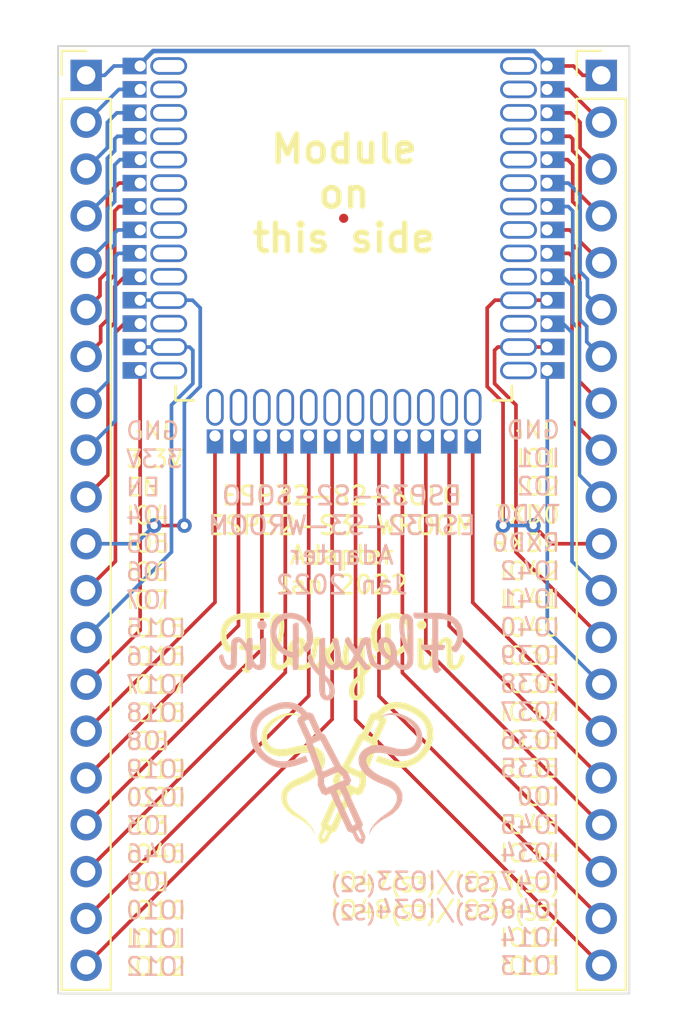
<source format=kicad_pcb>
(kicad_pcb (version 20221232) (generator pcbnew)
  (layers (0 "F.Cu" signal) (31 "B.Cu" signal) (34 "B.Paste" user) (35 "F.Paste" user) (36 "B.SilkS" user "B.Silkscreen") (37 "F.SilkS" user "F.Silkscreen") (38 "B.Mask" user) (39 "F.Mask" user) (44 "Edge.Cuts" user))
  (net 0 "")
  (net 1 "/GND")
  (net 2 "/EN")
  (net 3 "/IO34")
  (net 4 "/IO35")
  (net 5 "/IO33")
  (net 6 "/IO14")
  (net 7 "/IO12")
  (net 8 "/IO13")
  (net 9 "/IO15")
  (net 10 "/IO2")
  (net 11 "/IO21")
  (net 12 "/IO19")
  (net 13 "/IO18")
  (net 14 "/IO5")
  (net 15 "/IO16")
  (net 16 "/IO4")
  (net 17 "/IO0")
  (net 18 "/3.3V")
  (net 19 "/IO6")
  (net 20 "/IO7")
  (net 21 "/IO17")
  (net 22 "/IO8")
  (net 23 "/IO20")
  (net 24 "/IO3")
  (net 25 "/IO46")
  (net 26 "/IO9")
  (net 27 "/IO10")
  (net 28 "/IO11")
  (net 29 "/IO1")
  (net 30 "/TXD0")
  (net 31 "/RXD0")
  (net 32 "/IO42")
  (net 33 "/IO41")
  (net 34 "/IO40")
  (net 35 "/IO39")
  (net 36 "/IO38")
  (net 37 "/IO37")
  (net 38 "/IO36")
  (net 39 "/IO45")
  (footprint "Connector_PinHeader_2.54mm:PinHeader_1x20_P2.54mm_Vertical" (layer "F.Cu") (at 162.052 81.788)
    (fp_text reference "J22" hide)
    (fp_text value "Conn_01x20")
    (pad "1" thru_hole rect locked (at 0 0) (size 1.7 1.7) (drill 1) (layers *.Cu *.Mask) (net 1 "/GND"))
    (pad "2" thru_hole oval locked (at 0 2.54) (size 1.7 1.7) (drill 1) (layers *.Cu *.Mask) (net 29 "/IO1"))
    (pad "3" thru_hole oval locked (at 0 5.08) (size 1.7 1.7) (drill 1) (layers *.Cu *.Mask) (net 10 "/IO2"))
    (pad "4" thru_hole oval locked (at 0 7.62) (size 1.7 1.7) (drill 1) (layers *.Cu *.Mask) (net 30 "/TXD0"))
    (pad "5" thru_hole oval locked (at 0 10.16) (size 1.7 1.7) (drill 1) (layers *.Cu *.Mask) (net 31 "/RXD0"))
    (pad "6" thru_hole oval locked (at 0 12.7) (size 1.7 1.7) (drill 1) (layers *.Cu *.Mask) (net 32 "/IO42"))
    (pad "7" thru_hole oval locked (at 0 15.24) (size 1.7 1.7) (drill 1) (layers *.Cu *.Mask) (net 33 "/IO41"))
    (pad "8" thru_hole oval locked (at 0 17.78) (size 1.7 1.7) (drill 1) (layers *.Cu *.Mask) (net 34 "/IO40"))
    (pad "9" thru_hole oval locked (at 0 20.32) (size 1.7 1.7) (drill 1) (layers *.Cu *.Mask) (net 35 "/IO39"))
    (pad "10" thru_hole oval locked (at 0 22.86) (size 1.7 1.7) (drill 1) (layers *.Cu *.Mask) (net 36 "/IO38"))
    (pad "11" thru_hole oval locked (at 0 25.4) (size 1.7 1.7) (drill 1) (layers *.Cu *.Mask) (net 37 "/IO37"))
    (pad "12" thru_hole oval locked (at 0 27.94) (size 1.7 1.7) (drill 1) (layers *.Cu *.Mask) (net 38 "/IO36"))
    (pad "13" thru_hole oval locked (at 0 30.48) (size 1.7 1.7) (drill 1) (layers *.Cu *.Mask) (net 4 "/IO35"))
    (pad "14" thru_hole oval locked (at 0 33.02) (size 1.7 1.7) (drill 1) (layers *.Cu *.Mask) (net 17 "/IO0"))
    (pad "15" thru_hole oval locked (at 0 35.56) (size 1.7 1.7) (drill 1) (layers *.Cu *.Mask) (net 39 "/IO45"))
    (pad "16" thru_hole oval locked (at 0 38.1) (size 1.7 1.7) (drill 1) (layers *.Cu *.Mask) (net 3 "/IO34"))
    (pad "17" thru_hole oval locked (at 0 40.64) (size 1.7 1.7) (drill 1) (layers *.Cu *.Mask) (net 5 "/IO33"))
    (pad "18" thru_hole oval locked (at 0 43.18) (size 1.7 1.7) (drill 1) (layers *.Cu *.Mask) (net 11 "/IO21"))
    (pad "19" thru_hole oval locked (at 0 45.72) (size 1.7 1.7) (drill 1) (layers *.Cu *.Mask) (net 6 "/IO14"))
    (pad "20" thru_hole oval locked (at 0 48.26) (size 1.7 1.7) (drill 1) (layers *.Cu *.Mask) (net 8 "/IO13"))
  )
  (footprint "FlexyPin:FlexyPin_1x02_P1.27mm" (layer "F.Cu") (at 152.534 101.346 90)
    (fp_text reference "J14" hide)
    (fp_text value "Conn_01x02")
    (pad "" thru_hole oval (at 1.55 0 270) (size 2 0.95) (drill oval 1.7 0.65) (layers *.Cu *.Mask))
    (pad "" thru_hole oval (at 1.55 1.27 270) (size 2 0.95) (drill oval 1.7 0.65) (layers *.Cu *.Mask))
    (pad "1" thru_hole rect (at 0 0 90) (size 1.3 0.9) (drill 0.6 (offset -0.3 0)) (layers *.Cu *.Mask) (net 5 "/IO33"))
    (pad "2" thru_hole rect (at 0 1.27 90) (size 1.3 0.9) (drill 0.6 (offset -0.3 0)) (layers *.Cu *.Mask) (net 3 "/IO34"))
  )
  (footprint "FlexyPin:FlexyPin_1x02_P1.27mm" (layer "F.Cu") (at 137.04 86.36)
    (fp_text reference "J4" hide)
    (fp_text value "Conn_01x02")
    (pad "" thru_hole oval (at 1.55 0 180) (size 2 0.95) (drill oval 1.7 0.65) (layers *.Cu *.Mask))
    (pad "" thru_hole oval (at 1.55 1.27 180) (size 2 0.95) (drill oval 1.7 0.65) (layers *.Cu *.Mask))
    (pad "1" thru_hole rect (at 0 0) (size 1.3 0.9) (drill 0.6 (offset -0.3 0)) (layers *.Cu *.Mask) (net 14 "/IO5"))
    (pad "2" thru_hole rect (at 0 1.27) (size 1.3 0.9) (drill 0.6 (offset -0.3 0)) (layers *.Cu *.Mask) (net 19 "/IO6"))
  )
  (footprint "FlexyPin:FlexyPin_1x02_P1.27mm" (layer "F.Cu") (at 137.04 93.98)
    (fp_text reference "J7" hide)
    (fp_text value "Conn_01x02")
    (pad "" thru_hole oval (at 1.55 0 180) (size 2 0.95) (drill oval 1.7 0.65) (layers *.Cu *.Mask) (net 13 "/IO18"))
    (pad "" thru_hole oval (at 1.55 1.27 180) (size 2 0.95) (drill oval 1.7 0.65) (layers *.Cu *.Mask))
    (pad "1" thru_hole rect (at 0 0) (size 1.3 0.9) (drill 0.6 (offset -0.3 0)) (layers *.Cu *.Mask) (net 13 "/IO18"))
    (pad "2" thru_hole rect (at 0 1.27) (size 1.3 0.9) (drill 0.6 (offset -0.3 0)) (layers *.Cu *.Mask) (net 22 "/IO8"))
  )
  (footprint "Connector_PinHeader_2.54mm:PinHeader_1x20_P2.54mm_Vertical" (layer "F.Cu") (at 134.112 81.788)
    (fp_text reference "J1" hide)
    (fp_text value "Conn_01x20")
    (pad "1" thru_hole rect locked (at 0 0) (size 1.7 1.7) (drill 1) (layers *.Cu *.Mask) (net 1 "/GND"))
    (pad "2" thru_hole oval locked (at 0 2.54) (size 1.7 1.7) (drill 1) (layers *.Cu *.Mask) (net 18 "/3.3V"))
    (pad "3" thru_hole oval locked (at 0 5.08) (size 1.7 1.7) (drill 1) (layers *.Cu *.Mask) (net 2 "/EN"))
    (pad "4" thru_hole oval locked (at 0 7.62) (size 1.7 1.7) (drill 1) (layers *.Cu *.Mask) (net 16 "/IO4"))
    (pad "5" thru_hole oval locked (at 0 10.16) (size 1.7 1.7) (drill 1) (layers *.Cu *.Mask) (net 14 "/IO5"))
    (pad "6" thru_hole oval locked (at 0 12.7) (size 1.7 1.7) (drill 1) (layers *.Cu *.Mask) (net 19 "/IO6"))
    (pad "7" thru_hole oval locked (at 0 15.24) (size 1.7 1.7) (drill 1) (layers *.Cu *.Mask) (net 20 "/IO7"))
    (pad "8" thru_hole oval locked (at 0 17.78) (size 1.7 1.7) (drill 1) (layers *.Cu *.Mask) (net 9 "/IO15"))
    (pad "9" thru_hole oval locked (at 0 20.32) (size 1.7 1.7) (drill 1) (layers *.Cu *.Mask) (net 15 "/IO16"))
    (pad "10" thru_hole oval locked (at 0 22.86) (size 1.7 1.7) (drill 1) (layers *.Cu *.Mask) (net 21 "/IO17"))
    (pad "11" thru_hole oval locked (at 0 25.4) (size 1.7 1.7) (drill 1) (layers *.Cu *.Mask) (net 13 "/IO18"))
    (pad "12" thru_hole oval locked (at 0 27.94) (size 1.7 1.7) (drill 1) (layers *.Cu *.Mask) (net 22 "/IO8"))
    (pad "13" thru_hole oval locked (at 0 30.48) (size 1.7 1.7) (drill 1) (layers *.Cu *.Mask) (net 12 "/IO19"))
    (pad "14" thru_hole oval locked (at 0 33.02) (size 1.7 1.7) (drill 1) (layers *.Cu *.Mask) (net 23 "/IO20"))
    (pad "15" thru_hole oval locked (at 0 35.56) (size 1.7 1.7) (drill 1) (layers *.Cu *.Mask) (net 24 "/IO3"))
    (pad "16" thru_hole oval locked (at 0 38.1) (size 1.7 1.7) (drill 1) (layers *.Cu *.Mask) (net 25 "/IO46"))
    (pad "17" thru_hole oval locked (at 0 40.64) (size 1.7 1.7) (drill 1) (layers *.Cu *.Mask) (net 26 "/IO9"))
    (pad "18" thru_hole oval locked (at 0 43.18) (size 1.7 1.7) (drill 1) (layers *.Cu *.Mask) (net 27 "/IO10"))
    (pad "19" thru_hole oval locked (at 0 45.72) (size 1.7 1.7) (drill 1) (layers *.Cu *.Mask) (net 28 "/IO11"))
    (pad "20" thru_hole oval locked (at 0 48.26) (size 1.7 1.7) (drill 1) (layers *.Cu *.Mask) (net 7 "/IO12"))
  )
  (footprint "FlexyPin:FlexyPin_1x02_P1.27mm" (layer "F.Cu") (at 147.454 101.346 90)
    (fp_text reference "J11" hide)
    (fp_text value "Conn_01x02")
    (pad "" thru_hole oval (at 1.55 0 270) (size 2 0.95) (drill oval 1.7 0.65) (layers *.Cu *.Mask))
    (pad "" thru_hole oval (at 1.55 1.27 270) (size 2 0.95) (drill oval 1.7 0.65) (layers *.Cu *.Mask))
    (pad "1" thru_hole rect (at 0 0 90) (size 1.3 0.9) (drill 0.6 (offset -0.3 0)) (layers *.Cu *.Mask) (net 7 "/IO12"))
    (pad "2" thru_hole rect (at 0 1.27 90) (size 1.3 0.9) (drill 0.6 (offset -0.3 0)) (layers *.Cu *.Mask) (net 8 "/IO13"))
  )
  (footprint "FlexyPin:FlexyPin_1x02_P1.27mm" (layer "F.Cu") (at 137.04 88.9)
    (fp_text reference "J5" hide)
    (fp_text value "Conn_01x02")
    (pad "" thru_hole oval (at 1.55 0 180) (size 2 0.95) (drill oval 1.7 0.65) (layers *.Cu *.Mask))
    (pad "" thru_hole oval (at 1.55 1.27 180) (size 2 0.95) (drill oval 1.7 0.65) (layers *.Cu *.Mask))
    (pad "1" thru_hole rect (at 0 0) (size 1.3 0.9) (drill 0.6 (offset -0.3 0)) (layers *.Cu *.Mask) (net 20 "/IO7"))
    (pad "2" thru_hole rect (at 0 1.27) (size 1.3 0.9) (drill 0.6 (offset -0.3 0)) (layers *.Cu *.Mask) (net 9 "/IO15"))
  )
  (footprint "FlexyPin:FlexyPin_1x02_P1.27mm" (layer "F.Cu") (at 137.04 91.44)
    (fp_text reference "J6" hide)
    (fp_text value "Conn_01x02")
    (pad "" thru_hole oval (at 1.55 0 180) (size 2 0.95) (drill oval 1.7 0.65) (layers *.Cu *.Mask))
    (pad "" thru_hole oval (at 1.55 1.27 180) (size 2 0.95) (drill oval 1.7 0.65) (layers *.Cu *.Mask))
    (pad "1" thru_hole rect (at 0 0) (size 1.3 0.9) (drill 0.6 (offset -0.3 0)) (layers *.Cu *.Mask) (net 15 "/IO16"))
    (pad "2" thru_hole rect (at 0 1.27) (size 1.3 0.9) (drill 0.6 (offset -0.3 0)) (layers *.Cu *.Mask) (net 21 "/IO17"))
  )
  (footprint "FlexyPin:FlexyPin_1x02_P1.27mm" (layer "F.Cu") (at 159.1126 87.63 180)
    (fp_text reference "J17" hide)
    (fp_text value "Conn_01x02")
    (pad "" thru_hole oval (at 1.55 0) (size 2 0.95) (drill oval 1.7 0.65) (layers *.Cu *.Mask))
    (pad "" thru_hole oval (at 1.55 1.27) (size 2 0.95) (drill oval 1.7 0.65) (layers *.Cu *.Mask))
    (pad "1" thru_hole rect (at 0 0 180) (size 1.3 0.9) (drill 0.6 (offset -0.3 0)) (layers *.Cu *.Mask) (net 32 "/IO42"))
    (pad "2" thru_hole rect (at 0 1.27 180) (size 1.3 0.9) (drill 0.6 (offset -0.3 0)) (layers *.Cu *.Mask) (net 31 "/RXD0"))
  )
  (footprint "LOGO" (layer "F.Cu") (at 148.03 113.3)
    (fp_text reference "G***" hide)
    (fp_text value "LOGO" hide)
  )
  (footprint "FlexyPin:FlexyPin_1x02_P1.27mm" (layer "F.Cu") (at 159.1126 85.09 180)
    (fp_text reference "J16" hide)
    (fp_text value "Conn_01x02")
    (pad "" thru_hole oval (at 1.55 0) (size 2 0.95) (drill oval 1.7 0.65) (layers *.Cu *.Mask))
    (pad "" thru_hole oval (at 1.55 1.27) (size 2 0.95) (drill oval 1.7 0.65) (layers *.Cu *.Mask))
    (pad "1" thru_hole rect (at 0 0 180) (size 1.3 0.9) (drill 0.6 (offset -0.3 0)) (layers *.Cu *.Mask) (net 30 "/TXD0"))
    (pad "2" thru_hole rect (at 0 1.27 180) (size 1.3 0.9) (drill 0.6 (offset -0.3 0)) (layers *.Cu *.Mask) (net 10 "/IO2"))
  )
  (footprint "FlexyPin:FlexyPin_1x02_P1.27mm" (layer "F.Cu") (at 159.1126 90.17 180)
    (fp_text reference "J18" hide)
    (fp_text value "Conn_01x02")
    (pad "" thru_hole oval (at 1.55 0) (size 2 0.95) (drill oval 1.7 0.65) (layers *.Cu *.Mask))
    (pad "" thru_hole oval (at 1.55 1.27) (size 2 0.95) (drill oval 1.7 0.65) (layers *.Cu *.Mask))
    (pad "1" thru_hole rect (at 0 0 180) (size 1.3 0.9) (drill 0.6 (offset -0.3 0)) (layers *.Cu *.Mask) (net 34 "/IO40"))
    (pad "2" thru_hole rect (at 0 1.27 180) (size 1.3 0.9) (drill 0.6 (offset -0.3 0)) (layers *.Cu *.Mask) (net 33 "/IO41"))
  )
  (footprint "FlexyPin:FlexyPin_1x02_P1.27mm" (layer "F.Cu") (at 159.1126 92.71 180)
    (fp_text reference "J19" hide)
    (fp_text value "Conn_01x02")
    (pad "" thru_hole oval (at 1.55 0) (size 2 0.95) (drill oval 1.7 0.65) (layers *.Cu *.Mask))
    (pad "" thru_hole oval (at 1.55 1.27) (size 2 0.95) (drill oval 1.7 0.65) (layers *.Cu *.Mask))
    (pad "1" thru_hole rect (at 0 0 180) (size 1.3 0.9) (drill 0.6 (offset -0.3 0)) (layers *.Cu *.Mask) (net 36 "/IO38"))
    (pad "2" thru_hole rect (at 0 1.27 180) (size 1.3 0.9) (drill 0.6 (offset -0.3 0)) (layers *.Cu *.Mask) (net 35 "/IO39"))
  )
  (footprint "FlexyPin:FlexyPin_1x01" (layer "F.Cu") (at 155.08 101.34 90)
    (fp_text reference "J23" hide)
    (fp_text value "Conn_01x01")
    (pad "" thru_hole oval (at 1.55 0 270) (size 2 0.95) (drill oval 1.7 0.65) (layers *.Cu *.Mask))
    (pad "1" thru_hole rect (at 0 0 90) (size 1.3 0.9) (drill 0.6 (offset -0.3 0)) (layers *.Cu *.Mask) (net 39 "/IO45"))
  )
  (footprint "FlexyPin:FlexyPin_1x02_P1.27mm" (layer "F.Cu") (at 137.04 81.28)
    (fp_text reference "J2" hide)
    (fp_text value "Conn_01x02")
    (pad "" thru_hole oval (at 1.55 0 180) (size 2 0.95) (drill oval 1.7 0.65) (layers *.Cu *.Mask))
    (pad "" thru_hole oval (at 1.55 1.27 180) (size 2 0.95) (drill oval 1.7 0.65) (layers *.Cu *.Mask))
    (pad "1" thru_hole rect (at 0 0) (size 1.3 0.9) (drill 0.6 (offset -0.3 0)) (layers *.Cu *.Mask) (net 1 "/GND"))
    (pad "2" thru_hole rect (at 0 1.27) (size 1.3 0.9) (drill 0.6 (offset -0.3 0)) (layers *.Cu *.Mask) (net 18 "/3.3V"))
  )
  (footprint "FlexyPin:FlexyPin_1x02_P1.27mm" (layer "F.Cu") (at 137.04 83.82)
    (fp_text reference "J3" hide)
    (fp_text value "Conn_01x02")
    (pad "" thru_hole oval (at 1.55 0 180) (size 2 0.95) (drill oval 1.7 0.65) (layers *.Cu *.Mask))
    (pad "" thru_hole oval (at 1.55 1.27 180) (size 2 0.95) (drill oval 1.7 0.65) (layers *.Cu *.Mask))
    (pad "1" thru_hole rect (at 0 0) (size 1.3 0.9) (drill 0.6 (offset -0.3 0)) (layers *.Cu *.Mask) (net 2 "/EN"))
    (pad "2" thru_hole rect (at 0 1.27) (size 1.3 0.9) (drill 0.6 (offset -0.3 0)) (layers *.Cu *.Mask) (net 16 "/IO4"))
  )
  (footprint "FlexyPin:FlexyPin_1x02_P1.27mm" (layer "F.Cu") (at 159.1126 97.79 180)
    (fp_text reference "J21" hide)
    (fp_text value "Conn_01x02")
    (pad "" thru_hole oval (at 1.55 0) (size 2 0.95) (drill oval 1.7 0.65) (layers *.Cu *.Mask))
    (pad "" thru_hole oval (at 1.55 1.27) (size 2 0.95) (drill oval 1.7 0.65) (layers *.Cu *.Mask) (net 4 "/IO35"))
    (pad "1" thru_hole rect (at 0 0 180) (size 1.3 0.9) (drill 0.6 (offset -0.3 0)) (layers *.Cu *.Mask) (net 17 "/IO0"))
    (pad "2" thru_hole rect (at 0 1.27 180) (size 1.3 0.9) (drill 0.6 (offset -0.3 0)) (layers *.Cu *.Mask) (net 4 "/IO35"))
  )
  (footprint "Symbols_Extra:SolderParty-New-Logo_10x8.5mm_SilkScreen" (layer "F.Cu") (at 148.6 119.3)
    (fp_text reference "G***" hide)
    (fp_text value "LOGO" hide)
  )
  (footprint "Fiducial:Fiducial_0.5mm_Mask1.5mm" (layer "F.Cu") (at 148.08 89.54)
    (fp_text reference "REF**" hide)
    (fp_text value "Fiducial_0.5mm_Mask1.5mm")
    (pad "" smd circle (at 0 0) (size 0.5 0.5) (layers "F.Cu") (clearance 0.5))
  )
  (footprint "FlexyPin:FlexyPin_1x02_P1.27mm" (layer "F.Cu") (at 159.1126 82.55 180)
    (fp_text reference "J15" hide)
    (fp_text value "Conn_01x02")
    (pad "" thru_hole oval (at 1.55 0) (size 2 0.95) (drill oval 1.7 0.65) (layers *.Cu *.Mask))
    (pad "" thru_hole oval (at 1.55 1.27) (size 2 0.95) (drill oval 1.7 0.65) (layers *.Cu *.Mask))
    (pad "1" thru_hole rect (at 0 0 180) (size 1.3 0.9) (drill 0.6 (offset -0.3 0)) (layers *.Cu *.Mask) (net 29 "/IO1"))
    (pad "2" thru_hole rect (at 0 1.27 180) (size 1.3 0.9) (drill 0.6 (offset -0.3 0)) (layers *.Cu *.Mask) (net 1 "/GND"))
  )
  (footprint "FlexyPin:FlexyPin_1x01" (layer "F.Cu") (at 141.1 101.34 90)
    (fp_text reference "J12" hide)
    (fp_text value "Conn_01x01")
    (pad "" thru_hole oval (at 1.55 0 270) (size 2 0.95) (drill oval 1.7 0.65) (layers *.Cu *.Mask))
    (pad "1" thru_hole rect (at 0 0 90) (size 1.3 0.9) (drill 0.6 (offset -0.3 0)) (layers *.Cu *.Mask) (net 24 "/IO3"))
  )
  (footprint "FlexyPin:FlexyPin_1x02_P1.27mm" (layer "F.Cu") (at 149.994 101.346 90)
    (fp_text reference "J13" hide)
    (fp_text value "Conn_01x02")
    (pad "" thru_hole oval (at 1.55 0 270) (size 2 0.95) (drill oval 1.7 0.65) (layers *.Cu *.Mask))
    (pad "" thru_hole oval (at 1.55 1.27 270) (size 2 0.95) (drill oval 1.7 0.65) (layers *.Cu *.Mask))
    (pad "1" thru_hole rect (at 0 0 90) (size 1.3 0.9) (drill 0.6 (offset -0.3 0)) (layers *.Cu *.Mask) (net 6 "/IO14"))
    (pad "2" thru_hole rect (at 0 1.27 90) (size 1.3 0.9) (drill 0.6 (offset -0.3 0)) (layers *.Cu *.Mask) (net 11 "/IO21"))
  )
  (footprint "FlexyPin:FlexyPin_1x02_P1.27mm" (layer "F.Cu") (at 144.914 101.346 90)
    (fp_text reference "J10" hide)
    (fp_text value "Conn_01x02")
    (pad "" thru_hole oval (at 1.55 0 270) (size 2 0.95) (drill oval 1.7 0.65) (layers *.Cu *.Mask))
    (pad "" thru_hole oval (at 1.55 1.27 270) (size 2 0.95) (drill oval 1.7 0.65) (layers *.Cu *.Mask))
    (pad "1" thru_hole rect (at 0 0 90) (size 1.3 0.9) (drill 0.6 (offset -0.3 0)) (layers *.Cu *.Mask) (net 27 "/IO10"))
    (pad "2" thru_hole rect (at 0 1.27 90) (size 1.3 0.9) (drill 0.6 (offset -0.3 0)) (layers *.Cu *.Mask) (net 28 "/IO11"))
  )
  (footprint "FlexyPin:FlexyPin_1x02_P1.27mm" (layer "F.Cu") (at 137.04 96.52)
    (fp_text reference "J8" hide)
    (fp_text value "Conn_01x02")
    (pad "" thru_hole oval (at 1.55 0 180) (size 2 0.95) (drill oval 1.7 0.65) (layers *.Cu *.Mask) (net 12 "/IO19"))
    (pad "" thru_hole oval (at 1.55 1.27 180) (size 2 0.95) (drill oval 1.7 0.65) (layers *.Cu *.Mask))
    (pad "1" thru_hole rect (at 0 0) (size 1.3 0.9) (drill 0.6 (offset -0.3 0)) (layers *.Cu *.Mask) (net 12 "/IO19"))
    (pad "2" thru_hole rect (at 0 1.27) (size 1.3 0.9) (drill 0.6 (offset -0.3 0)) (layers *.Cu *.Mask) (net 23 "/IO20"))
  )
  (footprint "FlexyPin:FlexyPin_1x02_P1.27mm" (layer "F.Cu") (at 159.1126 95.2545 180)
    (fp_text reference "J20" hide)
    (fp_text value "Conn_01x02")
    (pad "" thru_hole oval (at 1.55 0) (size 2 0.95) (drill oval 1.7 0.65) (layers *.Cu *.Mask))
    (pad "" thru_hole oval (at 1.55 1.27) (size 2 0.95) (drill oval 1.7 0.65) (layers *.Cu *.Mask) (net 37 "/IO37"))
    (pad "1" thru_hole rect (at 0 0 180) (size 1.3 0.9) (drill 0.6 (offset -0.3 0)) (layers *.Cu *.Mask) (net 38 "/IO36"))
    (pad "2" thru_hole rect (at 0 1.27 180) (size 1.3 0.9) (drill 0.6 (offset -0.3 0)) (layers *.Cu *.Mask) (net 37 "/IO37"))
  )
  (footprint "FlexyPin:FlexyPin_1x02_P1.27mm" (layer "F.Cu") (at 142.374 101.346 90)
    (fp_text reference "J9" hide)
    (fp_text value "Conn_01x02")
    (pad "" thru_hole oval (at 1.55 0 270) (size 2 0.95) (drill oval 1.7 0.65) (layers *.Cu *.Mask))
    (pad "" thru_hole oval (at 1.55 1.27 270) (size 2 0.95) (drill oval 1.7 0.65) (layers *.Cu *.Mask))
    (pad "1" thru_hole rect (at 0 0 90) (size 1.3 0.9) (drill 0.6 (offset -0.3 0)) (layers *.Cu *.Mask) (net 25 "/IO46"))
    (pad "2" thru_hole rect (at 0 1.27 90) (size 1.3 0.9) (drill 0.6 (offset -0.3 0)) (layers *.Cu *.Mask) (net 26 "/IO9"))
  )
  (footprint "Symbols_Extra:SolderParty-New-Logo_10x8.5mm_SilkScreen" (layer "B.Cu") (at 147.36 119.3 180)
    (fp_text reference "G***" hide)
    (fp_text value "LOGO" hide)
  )
  (footprint "LOGO" (layer "B.Cu") (at 147.93 113.3 180)
    (fp_text reference "G***" hide)
    (fp_text value "LOGO" hide)
  )
  (gr_line (start 138.96 99.415) (end 139.96 99.415) (stroke (width 0.15)) (layer "F.SilkS"))
  (gr_line (start 138.96 98.635) (end 138.96 99.415) (stroke (width 0.15)) (layer "F.SilkS"))
  (gr_line (start 157.2 98.635) (end 157.2 99.415) (stroke (width 0.15)) (layer "F.SilkS"))
  (gr_line (start 157.2 99.415) (end 156.2 99.415) (stroke (width 0.15)) (layer "F.SilkS"))
  (gr_line (start 132.588 80.2) (end 163.576 80.2) (stroke (width 0.1)) (layer "Edge.Cuts"))
  (gr_line (start 163.576 131.58) (end 132.588 131.58) (stroke (width 0.1)) (layer "Edge.Cuts"))
  (gr_line (start 163.576 80.2) (end 163.576 131.58) (stroke (width 0.1)) (layer "Edge.Cuts"))
  (gr_line (start 132.588 131.58) (end 132.588 80.2) (stroke (width 0.1)) (layer "Edge.Cuts"))
  (gr_text "ESP32-S2-SOLO\nESP32-S3-WROOM\nAdapter\nJan 2022" (at 147.98 107) (layer "B.SilkS") (effects (font (size 1 1)) (justify mirror)))
  (gr_text "GND\n3.3V\nEN\nIO4\nIO5\nIO6\nIO7\nIO15\nIO16\nIO17\nIO18\nIO8\nIO19\nIO20\nIO3\nIO46\nIO9\nIO10\nIO11\nIO12" (at 136.186479 115.595069) (layer "B.SilkS") (effects (font (size 0.95 0.95) (thickness 0.13)) (justify right mirror)))
  (gr_text "\nGND\nIO1\nIO2\nTXD0\nRXD0\nIO42\nIO41\nIO40\nIO39\nIO38\nIO37\nIO36\nIO35\nIO0\nIO45\nIO34\nIO47_{(S3)}/IO33_{(S2)}\nIO48_{(S3)}/IO34_{(S2)}\nIO14\nIO13" (at 159.898285 114.780845) (layer "B.SilkS") (effects (font (size 0.95 0.95) (thickness 0.13)) (justify left mirror)))
  (gr_text "Module\non\nthis side" (at 148.1 88.2) (layer "F.SilkS") (effects (font (size 1.5 1.5) (thickness 0.3) bold)))
  (gr_text "GND\n3.3V\nEN\nIO4\nIO5\nIO6\nIO7\nIO15\nIO16\nIO17\nIO18\nIO8\nIO19\nIO20\nIO3\nIO46\nIO9\nIO10\nIO11\nIO12" (at 136.2 115.6) (layer "F.SilkS") (effects (font (size 0.95 0.95) (thickness 0.13)) (justify left)))
  (gr_text "\nGND\nIO1\nIO2\nTXD0\nRXD0\nIO42\nIO41\nIO40\nIO39\nIO38\nIO37\nIO36\nIO35\nIO0\nIO45\nIO34\nIO47_{(S3)}/IO33_{(S2)}\nIO48_{(S3)}/IO34_{(S2)}\nIO14\nIO13" (at 159.9 114.8) (layer "F.SilkS") (effects (font (size 0.95 0.95) (thickness 0.13)) (justify right)))
  (gr_text "ESP32-S2-SOLO\nESP32-S3-WROOM\nAdapter\nJan 2022" (at 147.98 107) (layer "F.SilkS") (effects (font (size 1 1))))
  (segment (start 161.052 81.788) (end 160.544 81.28) (width 0.2) (layer "F.Cu") (net 1))
  (segment (start 162.052 81.788) (end 161.052 81.788) (width 0.2) (layer "F.Cu") (net 1))
  (segment (start 160.544 81.28) (end 159.124 81.28) (width 0.2) (layer "F.Cu") (net 1))
  (segment (start 159.1126 81.174308) (end 158.408292 80.47) (width 0.25) (layer "B.Cu") (net 1))
  (segment (start 135.112 81.788) (end 135.62 81.28) (width 0.2) (layer "B.Cu") (net 1))
  (segment (start 137.744308 80.47) (end 137.04 81.174308) (width 0.25) (layer "B.Cu") (net 1))
  (segment (start 135.62 81.28) (end 137.04 81.28) (width 0.2) (layer "B.Cu") (net 1))
  (segment (start 158.408292 80.47) (end 137.744308 80.47) (width 0.25) (layer "B.Cu") (net 1))
  (segment (start 134.112 81.788) (end 135.112 81.788) (width 0.2) (layer "B.Cu") (net 1))
  (segment (start 135.78 83.82) (end 137.04 83.82) (width 0.2) (layer "B.Cu") (net 2))
  (segment (start 134.112 86.868) (end 135.261511 85.718489) (width 0.2) (layer "B.Cu") (net 2))
  (segment (start 135.261511 85.718489) (end 135.261511 84.338489) (width 0.2) (layer "B.Cu") (net 2))
  (segment (start 135.261511 84.338489) (end 135.78 83.82) (width 0.2) (layer "B.Cu") (net 2))
  (segment (start 153.804 111.64) (end 162.052 119.888) (width 0.2) (layer "F.Cu") (net 3))
  (segment (start 153.804 101.346) (end 153.804 111.64) (width 0.2) (layer "F.Cu") (net 3))
  (segment (start 156.444 96.52) (end 156.26308 96.70092) (width 0.2) (layer "F.Cu") (net 4))
  (segment (start 156.26308 98.49908) (end 157.424 99.66) (width 0.2) (layer "F.Cu") (net 4))
  (segment (start 156.26308 96.70092) (end 156.26308 98.49908) (width 0.2) (layer "F.Cu") (net 4))
  (segment (start 159.124 96.52) (end 156.444 96.52) (width 0.2) (layer "F.Cu") (net 4))
  (segment (start 157.424 107.64) (end 162.052 112.268) (width 0.2) (layer "F.Cu") (net 4))
  (segment (start 157.424 99.66) (end 157.424 107.64) (width 0.2) (layer "F.Cu") (net 4))
  (segment (start 152.534 112.91) (end 162.052 122.428) (width 0.2) (layer "F.Cu") (net 5))
  (segment (start 152.534 101.346) (end 152.534 112.91) (width 0.2) (layer "F.Cu") (net 5))
  (segment (start 149.994 115.45) (end 162.052 127.508) (width 0.2) (layer "F.Cu") (net 6))
  (segment (start 149.994 101.346) (end 149.994 115.45) (width 0.2) (layer "F.Cu") (net 6))
  (segment (start 147.454 101.346) (end 147.454 116.706) (width 0.2) (layer "F.Cu") (net 7))
  (segment (start 147.454 116.706) (end 134.112 130.048) (width 0.2) (layer "F.Cu") (net 7))
  (segment (start 148.724 116.72) (end 162.052 130.048) (width 0.2) (layer "F.Cu") (net 8))
  (segment (start 148.724 101.346) (end 148.724 116.72) (width 0.2) (layer "F.Cu") (net 8))
  (segment (start 134.112 99.568) (end 135.3 98.38) (width 0.2) (layer "B.Cu") (net 9))
  (segment (start 135.83 90.17) (end 137.04 90.17) (width 0.2) (layer "B.Cu") (net 9))
  (segment (start 135.3 98.38) (end 135.3 91.325006) (width 0.2) (layer "B.Cu") (net 9))
  (segment (start 135.661031 90.338969) (end 135.83 90.17) (width 0.2) (layer "B.Cu") (net 9))
  (segment (start 135.661031 90.963975) (end 135.661031 90.338969) (width 0.2) (layer "B.Cu") (net 9))
  (segment (start 135.3 91.325006) (end 135.661031 90.963975) (width 0.2) (layer "B.Cu") (net 9))
  (segment (start 162.052 86.868) (end 160.902489 85.718489) (width 0.2) (layer "F.Cu") (net 10))
  (segment (start 160.902489 85.718489) (end 160.902489 84.338489) (width 0.2) (layer "F.Cu") (net 10))
  (segment (start 160.902489 84.338489) (end 160.384 83.82) (width 0.2) (layer "F.Cu") (net 10))
  (segment (start 160.384 83.82) (end 159.124 83.82) (width 0.2) (layer "F.Cu") (net 10))
  (segment (start 151.264 114.18) (end 162.052 124.968) (width 0.2) (layer "F.Cu") (net 11))
  (segment (start 151.264 101.346) (end 151.264 114.18) (width 0.2) (layer "F.Cu") (net 11))
  (segment (start 138.74 107.64) (end 138.74 99.66) (width 0.2) (layer "B.Cu") (net 12))
  (segment (start 137.04 96.52) (end 138.59 96.52) (width 0.2) (layer "B.Cu") (net 12))
  (segment (start 139.9 96.7) (end 139.9 98.5) (width 0.2) (layer "B.Cu") (net 12))
  (segment (start 138.59 96.52) (end 139.72 96.52) (width 0.2) (layer "B.Cu") (net 12))
  (segment (start 138.74 99.66) (end 139.9 98.5) (width 0.2) (layer "B.Cu") (net 12))
  (segment (start 139.72 96.52) (end 139.9 96.7) (width 0.2) (layer "B.Cu") (net 12))
  (segment (start 138.74 107.64) (end 134.112 112.268) (width 0.2) (layer "B.Cu") (net 12))
  (segment (start 139.4395 106.2) (end 137.8 106.2) (width 0.2) (layer "F.Cu") (net 13))
  (via (at 139.4395 106.2) (size 0.8) (drill 0.4) (layers "F.Cu" "B.Cu") (net 13))
  (via (at 137.8 106.2) (size 0.8) (drill 0.4) (layers "F.Cu" "B.Cu") (net 13))
  (segment (start 137.04 93.98) (end 138.59 93.98) (width 0.2) (layer "B.Cu") (net 13))
  (segment (start 139.88 93.98) (end 138.59 93.98) (width 0.2) (layer "B.Cu") (net 13))
  (segment (start 140.3 94.4) (end 139.88 93.98) (width 0.2) (layer "B.Cu") (net 13))
  (segment (start 137.8 106.2) (end 136.812 107.188) (width 0.2) (layer "B.Cu") (net 13))
  (segment (start 139.4395 99.525506) (end 140.3 98.665006) (width 0.2) (layer "B.Cu") (net 13))
  (segment (start 136.812 107.188) (end 134.112 107.188) (width 0.2) (layer "B.Cu") (net 13))
  (segment (start 140.3 98.665006) (end 140.3 94.4) (width 0.2) (layer "B.Cu") (net 13))
  (segment (start 139.4395 106.2) (end 139.4395 99.525506) (width 0.2) (layer "B.Cu") (net 13))
  (segment (start 135.661031 88.638969) (end 135.661031 86.638969) (width 0.2) (layer "B.Cu") (net 14))
  (segment (start 135.261511 89.038489) (end 135.661031 88.638969) (width 0.2) (layer "B.Cu") (net 14))
  (segment (start 135.94 86.36) (end 137.04 86.36) (width 0.2) (layer "B.Cu") (net 14))
  (segment (start 135.261511 90.798489) (end 135.261511 89.038489) (width 0.2) (layer "B.Cu") (net 14))
  (segment (start 135.661031 86.638969) (end 135.94 86.36) (width 0.2) (layer "B.Cu") (net 14))
  (segment (start 134.112 91.948) (end 135.261511 90.798489) (width 0.2) (layer "B.Cu") (net 14))
  (segment (start 134.112 102.108) (end 135.69952 100.52048) (width 0.2) (layer "B.Cu") (net 15))
  (segment (start 135.69952 100.52048) (end 135.69952 91.60048) (width 0.2) (layer "B.Cu") (net 15))
  (segment (start 135.86 91.44) (end 137.04 91.44) (width 0.2) (layer "B.Cu") (net 15))
  (segment (start 135.69952 91.60048) (end 135.86 91.44) (width 0.2) (layer "B.Cu") (net 15))
  (segment (start 134.112 89.408) (end 135.261511 88.258489) (width 0.2) (layer "B.Cu") (net 16))
  (segment (start 135.661031 85.238969) (end 135.81 85.09) (width 0.2) (layer "B.Cu") (net 16))
  (segment (start 135.261511 88.258489) (end 135.261511 86.283495) (width 0.2) (layer "B.Cu") (net 16))
  (segment (start 135.261511 86.283495) (end 135.661031 85.883975) (width 0.2) (layer "B.Cu") (net 16))
  (segment (start 135.661031 85.883975) (end 135.661031 85.238969) (width 0.2) (layer "B.Cu") (net 16))
  (segment (start 135.81 85.09) (end 137.04 85.09) (width 0.2) (layer "B.Cu") (net 16))
  (segment (start 159.124 111.88) (end 162.052 114.808) (width 0.2) (layer "B.Cu") (net 17))
  (segment (start 159.124 97.79) (end 159.124 111.88) (width 0.2) (layer "B.Cu") (net 17))
  (segment (start 135.89 82.55) (end 137.04 82.55) (width 0.2) (layer "B.Cu") (net 18))
  (segment (start 134.112 84.328) (end 135.89 82.55) (width 0.2) (layer "B.Cu") (net 18))
  (segment (start 134.112 94.488) (end 134.861991 93.738009) (width 0.2) (layer "F.Cu") (net 19))
  (segment (start 134.861992 92.838008) (end 135.261511 92.438489) (width 0.2) (layer "F.Cu") (net 19))
  (segment (start 134.861991 93.738009) (end 134.861992 92.838008) (width 0.2) (layer "F.Cu") (net 19))
  (segment (start 135.261511 92.438489) (end 135.261511 88.261511) (width 0.2) (layer "F.Cu") (net 19))
  (segment (start 135.893022 87.63) (end 137.04 87.63) (width 0.2) (layer "F.Cu") (net 19))
  (segment (start 135.261511 88.261511) (end 135.893022 87.63) (width 0.2) (layer "F.Cu") (net 19))
  (segment (start 134.90048 95.39952) (end 135.261511 95.038489) (width 0.2) (layer "F.Cu") (net 20))
  (segment (start 134.90048 96.23952) (end 134.90048 95.39952) (width 0.2) (layer "F.Cu") (net 20))
  (segment (start 135.9 88.9) (end 137.04 88.9) (width 0.2) (layer "F.Cu") (net 20))
  (segment (start 135.261511 93.003495) (end 135.66103 92.603976) (width 0.2) (layer "F.Cu") (net 20))
  (segment (start 135.66103 92.603976) (end 135.661031 89.138969) (width 0.2) (layer "F.Cu") (net 20))
  (segment (start 135.661031 89.138969) (end 135.9 88.9) (width 0.2) (layer "F.Cu") (net 20))
  (segment (start 134.112 97.028) (end 134.90048 96.23952) (width 0.2) (layer "F.Cu") (net 20))
  (segment (start 135.261511 95.038489) (end 135.261511 93.003495) (width 0.2) (layer "F.Cu") (net 20))
  (segment (start 136.19 92.71) (end 135.661031 93.238969) (width 0.2) (layer "F.Cu") (net 21))
  (segment (start 135.66103 95.203976) (end 135.3 95.565006) (width 0.2) (layer "F.Cu") (net 21))
  (segment (start 135.3 95.565006) (end 135.3 103.46) (width 0.2) (layer "F.Cu") (net 21))
  (segment (start 135.661031 93.238969) (end 135.66103 95.203976) (width 0.2) (layer "F.Cu") (net 21))
  (segment (start 135.3 103.46) (end 134.112 104.648) (width 0.2) (layer "F.Cu") (net 21))
  (segment (start 136.180012 95.25) (end 135.69952 95.730492) (width 0.2) (layer "F.Cu") (net 22))
  (segment (start 135.69952 108.14048) (end 134.112 109.728) (width 0.2) (layer "F.Cu") (net 22))
  (segment (start 137.04 95.25) (end 136.180012 95.25) (width 0.2) (layer "F.Cu") (net 22))
  (segment (start 135.69952 95.730492) (end 135.69952 108.14048) (width 0.2) (layer "F.Cu") (net 22))
  (segment (start 137.04 97.79) (end 137.04 111.88) (width 0.2) (layer "F.Cu") (net 23))
  (segment (start 137.04 111.88) (end 134.112 114.808) (width 0.2) (layer "F.Cu") (net 23))
  (segment (start 141.1 101.34) (end 141.1 110.36) (width 0.2) (layer "F.Cu") (net 24))
  (segment (start 141.1 110.36) (end 134.112 117.348) (width 0.2) (layer "F.Cu") (net 24))
  (segment (start 142.374 111.626) (end 134.112 119.888) (width 0.2) (layer "F.Cu") (net 25))
  (segment (start 142.374 101.346) (end 142.374 111.626) (width 0.2) (layer "F.Cu") (net 25))
  (segment (start 143.644 101.346) (end 143.644 112.896) (width 0.2) (layer "F.Cu") (net 26))
  (segment (start 143.644 112.896) (end 134.112 122.428) (width 0.2) (layer "F.Cu") (net 26))
  (segment (start 144.914 101.346) (end 144.914 114.166) (width 0.2) (layer "F.Cu") (net 27))
  (segment (start 144.914 114.166) (end 134.112 124.968) (width 0.2) (layer "F.Cu") (net 27))
  (segment (start 146.184 101.346) (end 146.184 115.436) (width 0.2) (layer "F.Cu") (net 28))
  (segment (start 146.184 115.436) (end 134.112 127.508) (width 0.2) (layer "F.Cu") (net 28))
  (segment (start 160.274 82.55) (end 159.124 82.55) (width 0.2) (layer "F.Cu") (net 29))
  (segment (start 162.052 84.328) (end 160.274 82.55) (width 0.2) (layer "F.Cu") (net 29))
  (segment (start 160.354 85.09) (end 159.124 85.09) (width 0.2) (layer "F.Cu") (net 30))
  (segment (start 162.052 89.408) (end 160.902489 88.258489) (width 0.2) (layer "F.Cu") (net 30))
  (segment (start 160.502969 85.238969) (end 160.354 85.09) (width 0.2) (layer "F.Cu") (net 30))
  (segment (start 160.902489 86.283495) (end 160.502969 85.883975) (width 0.2) (layer "F.Cu") (net 30))
  (segment (start 160.502969 85.883975) (end 160.502969 85.238969) (width 0.2) (layer "F.Cu") (net 30))
  (segment (start 160.902489 88.258489) (end 160.902489 86.283495) (width 0.2) (layer "F.Cu") (net 30))
  (segment (start 160.224 86.36) (end 159.124 86.36) (width 0.2) (layer "F.Cu") (net 31))
  (segment (start 160.502969 88.638969) (end 160.502969 86.638969) (width 0.2) (layer "F.Cu") (net 31))
  (segment (start 160.902489 89.038489) (end 160.502969 88.638969) (width 0.2) (layer "F.Cu") (net 31))
  (segment (start 162.052 91.948) (end 160.902489 90.798489) (width 0.2) (layer "F.Cu") (net 31))
  (segment (start 160.502969 86.638969) (end 160.224 86.36) (width 0.2) (layer "F.Cu") (net 31))
  (segment (start 160.902489 90.798489) (end 160.902489 89.038489) (width 0.2) (layer "F.Cu") (net 31))
  (segment (start 160.902489 88.261511) (end 160.270978 87.63) (width 0.2) (layer "B.Cu") (net 32))
  (segment (start 160.270978 87.63) (end 159.124 87.63) (width 0.2) (layer "B.Cu") (net 32))
  (segment (start 160.902489 92.438489) (end 160.902489 88.261511) (width 0.2) (layer "B.Cu") (net 32))
  (segment (start 161.302008 92.838008) (end 160.902489 92.438489) (width 0.2) (layer "B.Cu") (net 32))
  (segment (start 161.302009 93.738009) (end 161.302008 92.838008) (width 0.2) (layer "B.Cu") (net 32))
  (segment (start 162.052 94.488) (end 161.302009 93.738009) (width 0.2) (layer "B.Cu") (net 32))
  (segment (start 160.50297 92.603976) (end 160.502969 89.138969) (width 0.2) (layer "B.Cu") (net 33))
  (segment (start 160.902489 93.003495) (end 160.50297 92.603976) (width 0.2) (layer "B.Cu") (net 33))
  (segment (start 160.264 88.9) (end 159.124 88.9) (width 0.2) (layer "B.Cu") (net 33))
  (segment (start 162.052 97.028) (end 161.26352 96.23952) (width 0.2) (layer "B.Cu") (net 33))
  (segment (start 160.502969 89.138969) (end 160.264 88.9) (width 0.2) (layer "B.Cu") (net 33))
  (segment (start 160.902489 95.038489) (end 160.902489 93.003495) (width 0.2) (layer "B.Cu") (net 33))
  (segment (start 161.26352 95.39952) (end 160.902489 95.038489) (width 0.2) (layer "B.Cu") (net 33))
  (segment (start 161.26352 96.23952) (end 161.26352 95.39952) (width 0.2) (layer "B.Cu") (net 33))
  (segment (start 160.864 98.38) (end 160.864 91.325006) (width 0.2) (layer "F.Cu") (net 34))
  (segment (start 160.334 90.17) (end 159.124 90.17) (width 0.2) (layer "F.Cu") (net 34))
  (segment (start 162.052 99.568) (end 160.864 98.38) (width 0.2) (layer "F.Cu") (net 34))
  (segment (start 160.502969 90.963975) (end 160.502969 90.338969) (width 0.2) (layer "F.Cu") (net 34))
  (segment (start 160.864 91.325006) (end 160.502969 90.963975) (width 0.2) (layer "F.Cu") (net 34))
  (segment (start 160.502969 90.338969) (end 160.334 90.17) (width 0.2) (layer "F.Cu") (net 34))
  (segment (start 160.46448 100.52048) (end 160.46448 91.60048) (width 0.2) (layer "F.Cu") (net 35))
  (segment (start 160.304 91.44) (end 159.124 91.44) (width 0.2) (layer "F.Cu") (net 35))
  (segment (start 160.46448 91.60048) (end 160.304 91.44) (width 0.2) (layer "F.Cu") (net 35))
  (segment (start 162.052 102.108) (end 160.46448 100.52048) (width 0.2) (layer "F.Cu") (net 35))
  (segment (start 160.502969 93.238969) (end 160.50297 95.203976) (width 0.2) (layer "B.Cu") (net 36))
  (segment (start 159.974 92.71) (end 160.502969 93.238969) (width 0.2) (layer "B.Cu") (net 36))
  (segment (start 160.50297 95.203976) (end 160.864 95.565006) (width 0.2) (layer "B.Cu") (net 36))
  (segment (start 160.864 103.46) (end 162.052 104.648) (width 0.2) (layer "B.Cu") (net 36))
  (segment (start 160.864 95.565006) (end 160.864 103.46) (width 0.2) (layer "B.Cu") (net 36))
  (segment (start 159.124 92.71) (end 159.974 92.71) (width 0.2) (layer "B.Cu") (net 36))
  (segment (start 156.7245 106.2) (end 156.7245 99.525506) (width 0.2) (layer "F.Cu") (net 37))
  (segment (start 156.7245 99.525506) (end 155.86356 98.664566) (width 0.2) (layer "F.Cu") (net 37))
  (segment (start 155.86356 98.664566) (end 155.86356 94.40044) (width 0.2) (layer "F.Cu") (net 37))
  (segment (start 158.364 106.2) (end 159.352 107.188) (width 0.2) (layer "F.Cu") (net 37))
  (segment (start 159.352 107.188) (end 162.052 107.188) (width 0.2) (layer "F.Cu") (net 37))
  (segment (start 156.284 93.98) (end 159.124 93.98) (width 0.2) (layer "F.Cu") (net 37))
  (segment (start 155.86356 94.40044) (end 156.284 93.98) (width 0.2) (layer "F.Cu") (net 37))
  (via (at 158.364 106.2) (size 0.8) (drill 0.4) (layers "F.Cu" "B.Cu") (net 37))
  (via (at 156.7245 106.2) (size 0.8) (drill 0.4) (layers "F.Cu" "B.Cu") (net 37))
  (segment (start 156.7245 106.2) (end 158.364 106.2) (width 0.2) (layer "B.Cu") (net 37))
  (segment (start 160.46448 95.730492) (end 160.46448 108.14048) (width 0.2) (layer "B.Cu") (net 38))
  (segment (start 159.124 95.25) (end 159.983988 95.25) (width 0.2) (layer "B.Cu") (net 38))
  (segment (start 160.46448 108.14048) (end 162.052 109.728) (width 0.2) (layer "B.Cu") (net 38))
  (segment (start 159.983988 95.25) (end 160.46448 95.730492) (width 0.2) (layer "B.Cu") (net 38))
  (segment (start 155.08 101.34) (end 155.08 110.376) (width 0.2) (layer "F.Cu") (net 39))
  (segment (start 155.08 110.376) (end 162.052 117.348) (width 0.2) (layer "F.Cu") (net 39))
)
</source>
